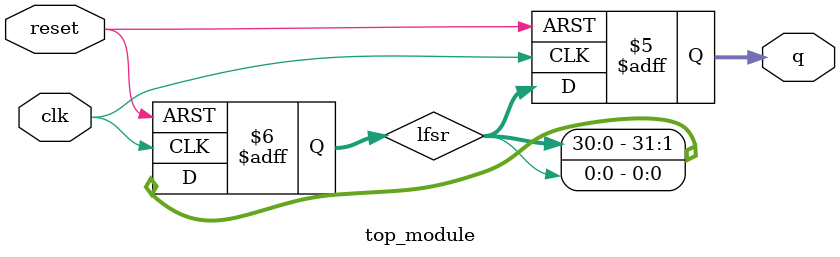
<source format=sv>
module top_module(
	input clk,
	input reset,
	output reg [31:0] q);

	reg [31:0] lfsr;

	always @(posedge clk or posedge reset) begin
		if (reset) begin
			lfsr <= 32'h1;
			q <= 32'h1;
		end else begin
			lfsr[0] <= lfsr[1] ^ lfsr[2] ^ lfsr[21] ^ lfsr[31];
			lfsr <= {lfsr[30:0], lfsr[0]};
			
			q <= lfsr;
		end
	end
endmodule

</source>
